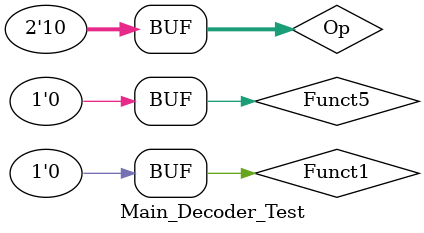
<source format=v>
`timescale 1ns / 1ps


module Main_Decoder_Test;

	// Inputs
	reg [1:0] Op;
	reg Funct5;
	reg Funct1;

	// Outputs
	wire Branch;
	wire RegW;
	wire MemW;
	wire MemtoReg;
	wire ALUSrc;
	wire [1:0] ImmSrc;
	wire [1:0] RegSrc;
	wire ALUOp;

	// Instantiate the Unit Under Test (UUT)
	Main_Decoder uut (
		.Op(Op), 
		.Funct5(Funct5), 
		.Funct1(Funct1), 
		.Branch(Branch), 
		.RegW(RegW), 
		.MemW(MemW), 
		.MemtoReg(MemtoReg), 
		.ALUSrc(ALUSrc), 
		.ImmSrc(ImmSrc), 
		.RegSrc(RegSrc), 
		.ALUOp(ALUOp)
	);

	initial begin
		// Initialize Inputs
		Op = 0;
		Funct5 = 0;
		Funct1 = 0;
		#100;
		Op = 0;
		Funct5 = 1;
		Funct1 = 0;
		#100;
		Op = 1;
		Funct5 = 0;
		Funct1 = 0;
		#100;
		Op = 1;
		Funct5 = 0;
		Funct1 = 1;
		#100;
		Op = 2;
		Funct5 = 0;
		Funct1 = 0;
        
		// Add stimulus here

	end
      
endmodule


</source>
